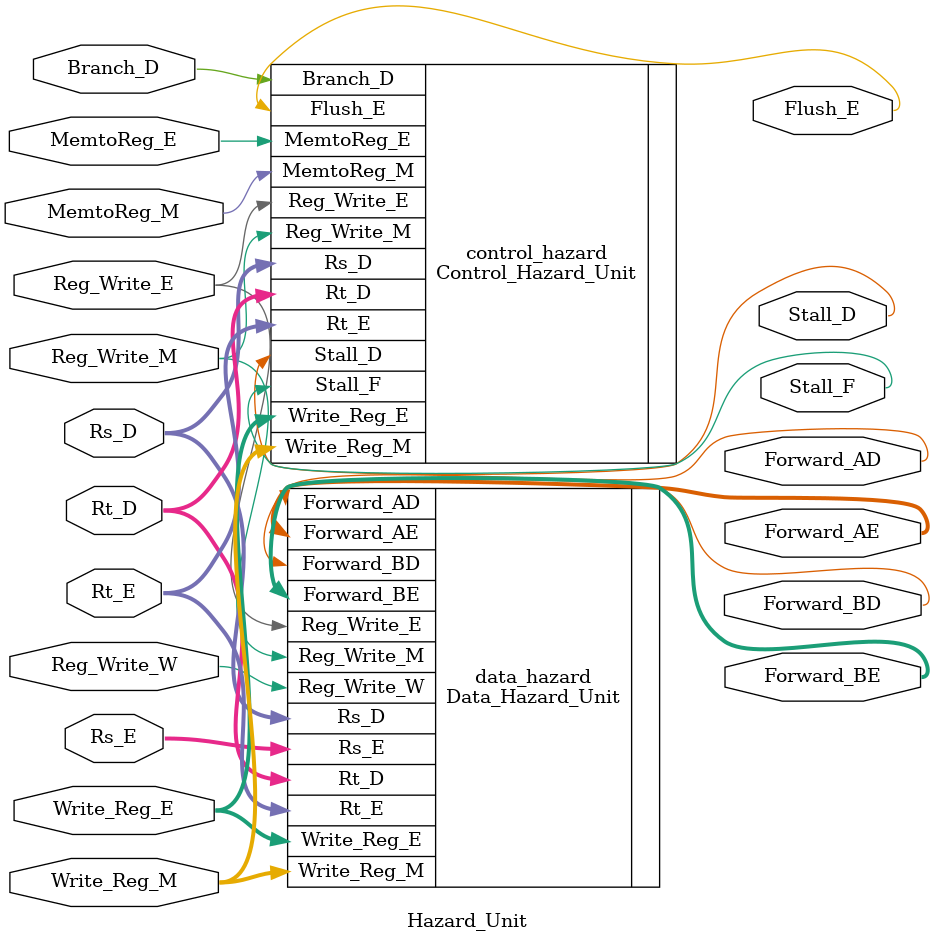
<source format=v>
`timescale 1ns/1ns

`include "Control_Hazard.v"
`include "Data_Hazard.v"

module Hazard_Unit(
    input [4:0] Rs_D, Rt_D, Rs_E, Rt_E, Write_Reg_E, Write_Reg_M,
    input Reg_Write_E, Reg_Write_M, MemtoReg_E, Reg_Write_W,
    input Branch_D, MemtoReg_M,
    output Stall_F, Flush_E, Stall_D,
    output [1:0] Forward_AE, Forward_BE,
    output Forward_AD, Forward_BD
);

    Data_Hazard_Unit data_hazard(
        .Rs_D(Rs_D),
        .Rt_D(Rt_D),
        .Rs_E(Rs_E),
        .Rt_E(Rt_E),
        .Write_Reg_E(Write_Reg_E),
        .Write_Reg_M(Write_Reg_M),
        .Reg_Write_E(Reg_Write_E),
        .Reg_Write_M(Reg_Write_M),
        .Reg_Write_W(Reg_Write_W),
        .Forward_AE(Forward_AE),
        .Forward_BE(Forward_BE),
        .Forward_AD(Forward_AD),
        .Forward_BD(Forward_BD)
    );

    Control_Hazard_Unit control_hazard(
        .Rs_D(Rs_D),
        .Rt_D(Rt_D),
        .Rt_E(Rt_E),
        .MemtoReg_E(MemtoReg_E),
        .Reg_Write_E(Reg_Write_E),
        .Write_Reg_E(Write_Reg_E),
        .Reg_Write_M(Reg_Write_M),
        .Write_Reg_M(Write_Reg_M),
        .Branch_D(Branch_D),
        .MemtoReg_M(MemtoReg_M),
        .Stall_F(Stall_F),
        .Stall_D(Stall_D),
        .Flush_E(Flush_E)
    );

endmodule

</source>
